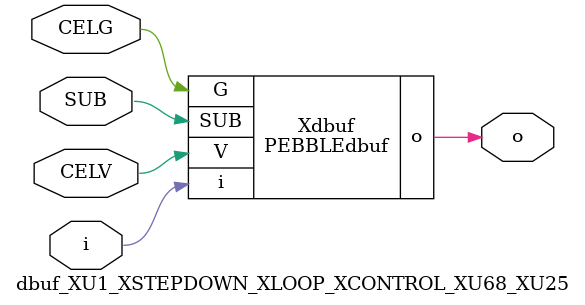
<source format=v>



module PEBBLEdbuf ( o, G, SUB, V, i );

  input V;
  input i;
  input G;
  output o;
  input SUB;
endmodule

//Celera Confidential Do Not Copy dbuf_XU1_XSTEPDOWN_XLOOP_XCONTROL_XU68_XU25
//Celera Confidential Symbol Generator
//Digital Buffer
module dbuf_XU1_XSTEPDOWN_XLOOP_XCONTROL_XU68_XU25 (CELV,CELG,i,o,SUB);
input CELV;
input CELG;
input i;
input SUB;
output o;

//Celera Confidential Do Not Copy dbuf
PEBBLEdbuf Xdbuf(
.V (CELV),
.i (i),
.o (o),
.SUB (SUB),
.G (CELG)
);
//,diesize,PEBBLEdbuf

//Celera Confidential Do Not Copy Module End
//Celera Schematic Generator
endmodule

</source>
